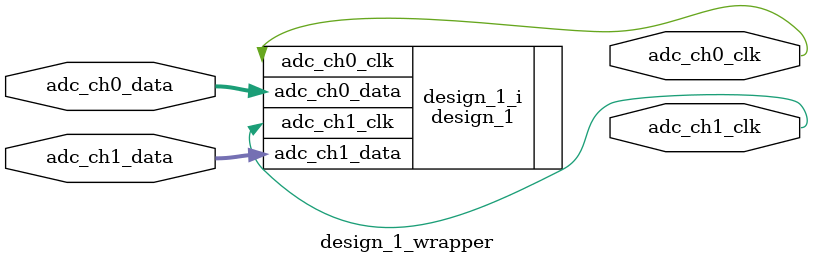
<source format=v>
`timescale 1 ps / 1 ps

module design_1_wrapper
   (adc_ch0_clk,
    adc_ch0_data,
    adc_ch1_clk,
    adc_ch1_data);
  output adc_ch0_clk;
  input [11:0]adc_ch0_data;
  output adc_ch1_clk;
  input [11:0]adc_ch1_data;

  wire adc_ch0_clk;
  wire [11:0]adc_ch0_data;
  wire adc_ch1_clk;
  wire [11:0]adc_ch1_data;

  design_1 design_1_i
       (.adc_ch0_clk(adc_ch0_clk),
        .adc_ch0_data(adc_ch0_data),
        .adc_ch1_clk(adc_ch1_clk),
        .adc_ch1_data(adc_ch1_data));
endmodule

</source>
